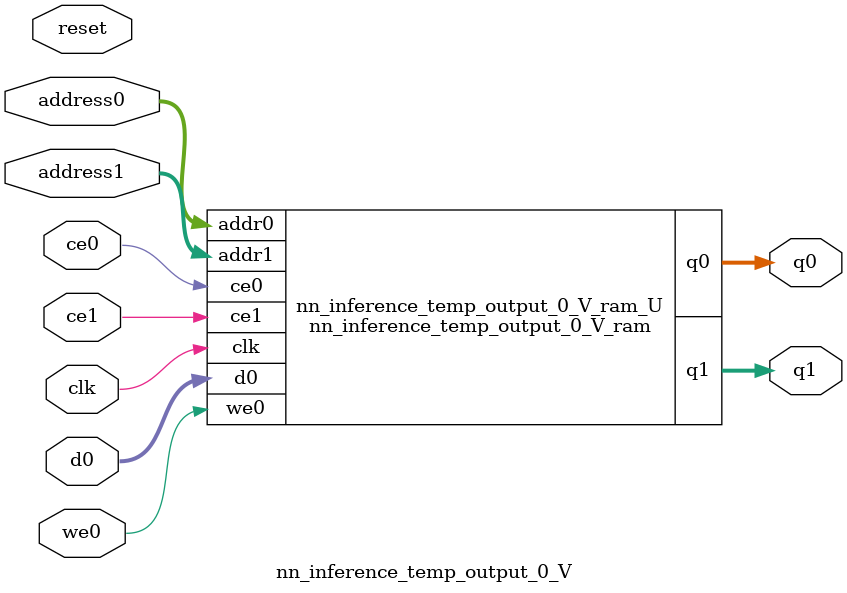
<source format=v>
`timescale 1 ns / 1 ps
module nn_inference_temp_output_0_V_ram (addr0, ce0, d0, we0, q0, addr1, ce1, q1,  clk);

parameter DWIDTH = 24;
parameter AWIDTH = 7;
parameter MEM_SIZE = 80;

input[AWIDTH-1:0] addr0;
input ce0;
input[DWIDTH-1:0] d0;
input we0;
output reg[DWIDTH-1:0] q0;
input[AWIDTH-1:0] addr1;
input ce1;
output reg[DWIDTH-1:0] q1;
input clk;

reg [DWIDTH-1:0] ram0[0:MEM_SIZE-1];



always @(posedge clk)  
begin 
    if (ce0) begin
        if (we0) 
            ram0[addr0] <= d0; 
        q0 <= ram0[addr0];
    end
end


always @(posedge clk)  
begin 
    if (ce1) begin
        q1 <= ram0[addr1];
    end
end


endmodule

`timescale 1 ns / 1 ps
module nn_inference_temp_output_0_V(
    reset,
    clk,
    address0,
    ce0,
    we0,
    d0,
    q0,
    address1,
    ce1,
    q1);

parameter DataWidth = 32'd24;
parameter AddressRange = 32'd80;
parameter AddressWidth = 32'd7;
input reset;
input clk;
input[AddressWidth - 1:0] address0;
input ce0;
input we0;
input[DataWidth - 1:0] d0;
output[DataWidth - 1:0] q0;
input[AddressWidth - 1:0] address1;
input ce1;
output[DataWidth - 1:0] q1;



nn_inference_temp_output_0_V_ram nn_inference_temp_output_0_V_ram_U(
    .clk( clk ),
    .addr0( address0 ),
    .ce0( ce0 ),
    .we0( we0 ),
    .d0( d0 ),
    .q0( q0 ),
    .addr1( address1 ),
    .ce1( ce1 ),
    .q1( q1 ));

endmodule


</source>
